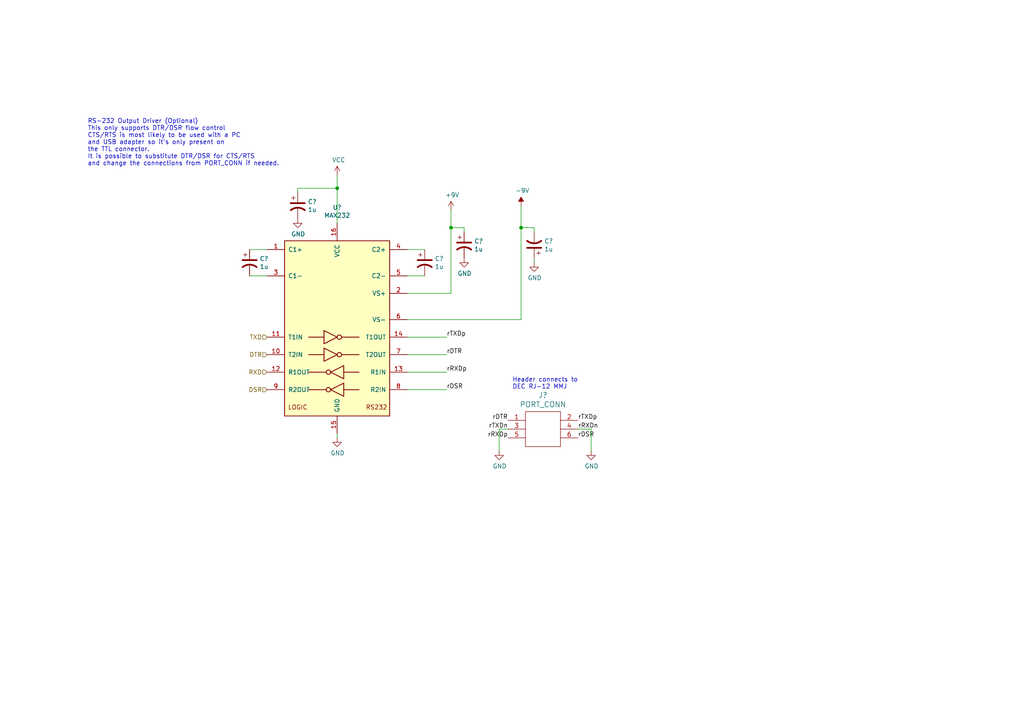
<source format=kicad_sch>
(kicad_sch (version 20211123) (generator eeschema)
  (paper "A4")
  (lib_symbols
    (symbol "Device:CP1" (pin_numbers hide) (pin_names (offset 0.254) hide)
      (property "Reference" "C" (at 0.635 2.54 0))
      (property "Value" "Device_CP1" (at 0.635 -2.54 0))
      (symbol "CP1_0_1"
        (polyline (pts (xy -2.032 0.762) (xy 2.032 0.762)) (stroke (width 0.508)))
        (polyline (pts (xy -1.778 2.286) (xy -0.762 2.286)))
        (polyline (pts (xy -1.27 1.778) (xy -1.27 2.794)))
        (arc (start 2.032 -1.27) (mid 0 -0.5572) (end -2.032 -1.27) (stroke (width 0.508)))
      )
      (symbol "CP1_1_1"
        (pin passive line (at 0 3.81 270) (length 2.794) (name "~") (number "1"))
        (pin passive line (at 0 -3.81 90) (length 3.302) (name "~") (number "2"))
      )
    )
    (symbol "Interface_UART:MAX232" (pin_names (offset 1.016))
      (property "Reference" "U" (at -2.54 28.575 0))
      (property "Value" "MAX232" (at -2.54 26.67 0))
      (symbol "MAX232_0_0"
        (text "LOGIC" (at -11.43 -22.86 0) (effects (font (size 1.27 1.27))))
        (text "RS232" (at 11.43 -22.86 0) (effects (font (size 1.27 1.27))))
      )
      (symbol "MAX232_0_1"
        (rectangle (start -15.24 -25.4) (end 15.24 25.4) (stroke (width 0.254)) (fill (type background)))
        (circle (center -2.54 -17.78) (radius 0.635) (stroke (width 0.254)))
        (circle (center -2.54 -12.7) (radius 0.635) (stroke (width 0.254)))
        (polyline (pts (xy -3.81 -7.62) (xy -8.255 -7.62)) (stroke (width 0.254)))
        (polyline (pts (xy -3.81 -2.54) (xy -8.255 -2.54)) (stroke (width 0.254)))
        (polyline (pts (xy -3.175 -17.78) (xy -8.255 -17.78)) (stroke (width 0.254)))
        (polyline (pts (xy -3.175 -12.7) (xy -8.255 -12.7)) (stroke (width 0.254)))
        (polyline (pts (xy 1.27 -7.62) (xy 6.35 -7.62)) (stroke (width 0.254)))
        (polyline (pts (xy 1.27 -2.54) (xy 6.35 -2.54)) (stroke (width 0.254)))
        (polyline (pts (xy 1.905 -17.78) (xy 6.35 -17.78)) (stroke (width 0.254)))
        (polyline (pts (xy 1.905 -12.7) (xy 6.35 -12.7)) (stroke (width 0.254)))
        (polyline (pts (xy -3.81 -5.715) (xy -3.81 -9.525) (xy 0 -7.62) (xy -3.81 -5.715)) (stroke (width 0.254)))
        (polyline (pts (xy -3.81 -0.635) (xy -3.81 -4.445) (xy 0 -2.54) (xy -3.81 -0.635)) (stroke (width 0.254)))
        (polyline (pts (xy 1.905 -15.875) (xy 1.905 -19.685) (xy -1.905 -17.78) (xy 1.905 -15.875)) (stroke (width 0.254)))
        (polyline (pts (xy 1.905 -10.795) (xy 1.905 -14.605) (xy -1.905 -12.7) (xy 1.905 -10.795)) (stroke (width 0.254)))
        (circle (center 0.635 -7.62) (radius 0.635) (stroke (width 0.254)))
        (circle (center 0.635 -2.54) (radius 0.635) (stroke (width 0.254)))
      )
      (symbol "MAX232_1_1"
        (pin passive line (at -20.32 22.86 0) (length 5.08) (name "C1+") (number "1"))
        (pin input line (at -20.32 -7.62 0) (length 5.08) (name "T2IN") (number "10"))
        (pin input line (at -20.32 -2.54 0) (length 5.08) (name "T1IN") (number "11"))
        (pin output line (at -20.32 -12.7 0) (length 5.08) (name "R1OUT") (number "12"))
        (pin input line (at 20.32 -12.7 180) (length 5.08) (name "R1IN") (number "13"))
        (pin output line (at 20.32 -2.54 180) (length 5.08) (name "T1OUT") (number "14"))
        (pin power_in line (at 0 -30.48 90) (length 5.08) (name "GND") (number "15"))
        (pin power_in line (at 0 30.48 270) (length 5.08) (name "VCC") (number "16"))
        (pin power_out line (at 20.32 10.16 180) (length 5.08) (name "VS+") (number "2"))
        (pin passive line (at -20.32 15.24 0) (length 5.08) (name "C1-") (number "3"))
        (pin passive line (at 20.32 22.86 180) (length 5.08) (name "C2+") (number "4"))
        (pin passive line (at 20.32 15.24 180) (length 5.08) (name "C2-") (number "5"))
        (pin power_out line (at 20.32 2.54 180) (length 5.08) (name "VS-") (number "6"))
        (pin output line (at 20.32 -7.62 180) (length 5.08) (name "T2OUT") (number "7"))
        (pin input line (at 20.32 -17.78 180) (length 5.08) (name "R2IN") (number "8"))
        (pin output line (at -20.32 -17.78 0) (length 5.08) (name "R2OUT") (number "9"))
      )
    )
    (symbol "power:+9V" (power) (pin_names (offset 0))
      (property "Value" "+9V" (at 0 3.556 0))
      (symbol "+9V_0_1"
        (polyline (pts (xy -0.762 1.27) (xy 0 2.54)))
        (polyline (pts (xy 0 0) (xy 0 2.54)))
        (polyline (pts (xy 0 2.54) (xy 0.762 1.27)))
      )
      (symbol "+9V_1_1"
        (pin power_in line (at 0 0 90) (length 0) hide (name "+9V") (number "1"))
      )
    )
    (symbol "power:-9V" (power) (pin_names (offset 0))
      (property "Value" "-9V" (at 0 3.81 0))
      (symbol "-9V_0_1"
        (polyline (pts (xy 0 0) (xy 0 2.54)))
        (polyline (pts (xy 0.762 1.27) (xy -0.762 1.27) (xy 0 2.54) (xy 0.762 1.27)) (fill (type outline)))
      )
      (symbol "-9V_1_1"
        (pin power_in line (at 0 0 90) (length 0) hide (name "-9V") (number "1"))
      )
    )
    (symbol "power:GND" (power) (pin_names (offset 0))
      (property "Value" "GND" (at 0 -3.81 0))
      (symbol "GND_0_1"
        (polyline (pts (xy 0 0) (xy 0 -1.27) (xy 1.27 -1.27) (xy 0 -2.54) (xy -1.27 -1.27) (xy 0 -1.27)))
      )
      (symbol "GND_1_1"
        (pin power_in line (at 0 0 270) (length 0) hide (name "GND") (number "1"))
      )
    )
    (symbol "power:VCC" (power) (pin_names (offset 0))
      (property "Value" "VCC" (at 0 3.81 0))
      (symbol "VCC_0_1"
        (polyline (pts (xy -0.762 1.27) (xy 0 2.54)))
        (polyline (pts (xy 0 0) (xy 0 2.54)))
        (polyline (pts (xy 0 2.54) (xy 0.762 1.27)))
      )
      (symbol "VCC_1_1"
        (pin power_in line (at 0 0 90) (length 0) hide (name "VCC") (number "1"))
      )
    )
    (symbol "zara80-cpu-rescue:HEADER_2X3-header" (pin_names (offset 1.016))
      (property "Reference" "J" (at 0 6.35 0))
      (property "Value" "HEADER_2X3-header" (at 0 -6.35 0))
      (symbol "HEADER_2X3-header_0_1"
        (rectangle (start -5.08 5.08) (end 5.08 -5.08))
      )
      (symbol "HEADER_2X3-header_1_1"
        (pin passive line (at -10.16 2.54 0) (length 5.08) (name "~") (number "1"))
        (pin passive line (at 10.16 2.54 180) (length 5.08) (name "~") (number "2"))
        (pin passive line (at -10.16 0 0) (length 5.08) (name "~") (number "3"))
        (pin passive line (at 10.16 0 180) (length 5.08) (name "~") (number "4"))
        (pin passive line (at -10.16 -2.54 0) (length 5.08) (name "~") (number "5"))
        (pin passive line (at 10.16 -2.54 180) (length 5.08) (name "~") (number "6"))
      )
    )
  )
  (junction (at 151.13 66.04))
  (junction (at 97.79 54.61))
  (junction (at 130.81 66.04))
  (wire (pts (xy 118.11 92.71) (xy 151.13 92.71)))
  (wire (pts (xy 154.94 66.04) (xy 151.13 66.04)))
  (wire (pts (xy 154.94 67.31) (xy 154.94 66.04)))
  (wire (pts (xy 130.81 66.04) (xy 130.81 60.96)))
  (wire (pts (xy 171.45 124.46) (xy 167.64 124.46)))
  (wire (pts (xy 171.45 130.81) (xy 171.45 124.46)))
  (wire (pts (xy 118.11 102.87) (xy 129.54 102.87)))
  (wire (pts (xy 72.39 72.39) (xy 77.47 72.39)))
  (wire (pts (xy 151.13 66.04) (xy 151.13 59.69)))
  (wire (pts (xy 130.81 85.09) (xy 130.81 66.04)))
  (wire (pts (xy 118.11 80.01) (xy 123.19 80.01)))
  (wire (pts (xy 97.79 50.8) (xy 97.79 54.61)))
  (wire (pts (xy 72.39 80.01) (xy 77.47 80.01)))
  (wire (pts (xy 118.11 113.03) (xy 129.54 113.03)))
  (wire (pts (xy 118.11 107.95) (xy 129.54 107.95)))
  (wire (pts (xy 130.81 66.04) (xy 134.62 66.04)))
  (wire (pts (xy 97.79 54.61) (xy 97.79 64.77)))
  (wire (pts (xy 86.36 55.88) (xy 86.36 54.61)))
  (wire (pts (xy 147.32 124.46) (xy 144.78 124.46)))
  (wire (pts (xy 151.13 92.71) (xy 151.13 66.04)))
  (wire (pts (xy 97.79 127) (xy 97.79 125.73)))
  (wire (pts (xy 154.94 76.2) (xy 154.94 74.93)))
  (wire (pts (xy 118.11 72.39) (xy 123.19 72.39)))
  (wire (pts (xy 134.62 66.04) (xy 134.62 67.31)))
  (wire (pts (xy 144.78 124.46) (xy 144.78 130.81)))
  (wire (pts (xy 118.11 97.79) (xy 129.54 97.79)))
  (wire (pts (xy 118.11 85.09) (xy 130.81 85.09)))
  (wire (pts (xy 86.36 54.61) (xy 97.79 54.61)))
  (text "RS-232 Output Driver (Optional)\nThis only supports DTR/DSR flow control\nCTS/RTS is most likely to be used with a PC\nand USB adapter so it’s only present on\nthe TTL connector.\nIt is possible to substitute DTR/DSR for CTS/RTS\nand change the connections from PORT_CONN if needed." (at 25.4 48.26 0) (effects (font (size 1.27 1.27)) (justify left bottom)))
  (text "Header connects to\nDEC RJ-12 MMJ" (at 148.59 113.03 0) (effects (font (size 1.27 1.27)) (justify left bottom)))
  (label "rRXDp" (at 129.54 107.95 0))
  (label "rTXDp" (at 129.54 97.79 0))
  (label "rRXDp" (at 147.32 127 180))
  (label "rDSR" (at 167.64 127 0))
  (label "rTXDn" (at 147.32 124.46 180))
  (label "rDTR" (at 129.54 102.87 0))
  (label "rDTR" (at 147.32 121.92 180))
  (label "rTXDp" (at 167.64 121.92 0))
  (label "rDSR" (at 129.54 113.03 0))
  (label "rRXDn" (at 167.64 124.46 0))
  (hierarchical_label "DTR" (shape input) (at 77.47 102.87 180))
  (hierarchical_label "RXD" (shape input) (at 77.47 107.95 180))
  (hierarchical_label "DSR" (shape input) (at 77.47 113.03 180))
  (hierarchical_label "TXD" (shape input) (at 77.47 97.79 180))
  (symbol (lib_id "Interface_UART:MAX232") (at 97.79 95.25 0)
    (property "Reference" "U?" (at 97.79 60.1726 0))
    (property "Value" "MAX232" (at 97.79 62.484 0))
    (property "Datasheet" "http://www.ti.com/lit/ds/symlink/max232.pdf" (effects hide))
  )
  (symbol (lib_id "Device:CP1") (at 86.36 59.69 0)
    (property "Reference" "C?" (at 89.281 58.5216 0) (effects (justify left)))
    (property "Value" "1u" (at 89.281 60.833 0) (effects (justify left)))
  )
  (symbol (lib_id "power:GND") (at 86.36 63.5 0)
    (property "Reference" "#PWR?" (effects hide))
    (property "Value" "GND" (at 86.487 67.8942 0))
  )
  (symbol (lib_id "power:VCC") (at 97.79 50.8 0)
    (property "Reference" "#PWR?" (effects hide))
    (property "Value" "VCC" (at 98.2218 46.4058 0))
  )
  (symbol (lib_id "Device:CP1") (at 72.39 76.2 0)
    (property "Reference" "C?" (at 75.311 75.0316 0) (effects (justify left)))
    (property "Value" "1u" (at 75.311 77.343 0) (effects (justify left)))
  )
  (symbol (lib_id "Device:CP1") (at 123.19 76.2 0)
    (property "Reference" "C?" (at 126.111 75.0316 0) (effects (justify left)))
    (property "Value" "1u" (at 126.111 77.343 0) (effects (justify left)))
  )
  (symbol (lib_id "power:+9V") (at 130.81 60.96 0)
    (property "Reference" "#PWR?" (effects hide))
    (property "Value" "+9V" (at 131.191 56.5658 0))
  )
  (symbol (lib_id "power:-9V") (at 151.13 59.69 0)
    (property "Reference" "#PWR?" (effects hide))
    (property "Value" "-9V" (at 151.511 55.2958 0))
  )
  (symbol (lib_id "Device:CP1") (at 134.62 71.12 0)
    (property "Reference" "C?" (at 137.541 69.9516 0) (effects (justify left)))
    (property "Value" "1u" (at 137.541 72.263 0) (effects (justify left)))
  )
  (symbol (lib_id "power:GND") (at 134.62 74.93 0)
    (property "Reference" "#PWR?" (effects hide))
    (property "Value" "GND" (at 134.747 79.3242 0))
  )
  (symbol (lib_id "power:GND") (at 97.79 127 0)
    (property "Reference" "#PWR?" (effects hide))
    (property "Value" "GND" (at 97.917 131.3942 0))
  )
  (symbol (lib_id "Device:CP1") (at 154.94 71.12 180)
    (property "Reference" "C?" (at 157.861 69.9516 0) (effects (justify right)))
    (property "Value" "1u" (at 157.861 72.263 0) (effects (justify right)))
  )
  (symbol (lib_id "power:GND") (at 154.94 76.2 0)
    (property "Reference" "#PWR?" (effects hide))
    (property "Value" "GND" (at 155.067 80.5942 0))
  )
  (symbol (lib_id "zara80-cpu-rescue:HEADER_2X3-header") (at 157.48 124.46 0)
    (property "Reference" "J?" (at 157.48 114.6302 0) (effects (font (size 1.524 1.524))))
    (property "Value" "PORT_CONN" (at 157.48 117.3226 0) (effects (font (size 1.524 1.524))))
  )
  (symbol (lib_id "power:GND") (at 144.78 130.81 0)
    (property "Reference" "#PWR?" (effects hide))
    (property "Value" "GND" (at 144.907 135.2042 0))
  )
  (symbol (lib_id "power:GND") (at 171.45 130.81 0)
    (property "Reference" "#PWR?" (effects hide))
    (property "Value" "GND" (at 171.577 135.2042 0))
  )
)
</source>
